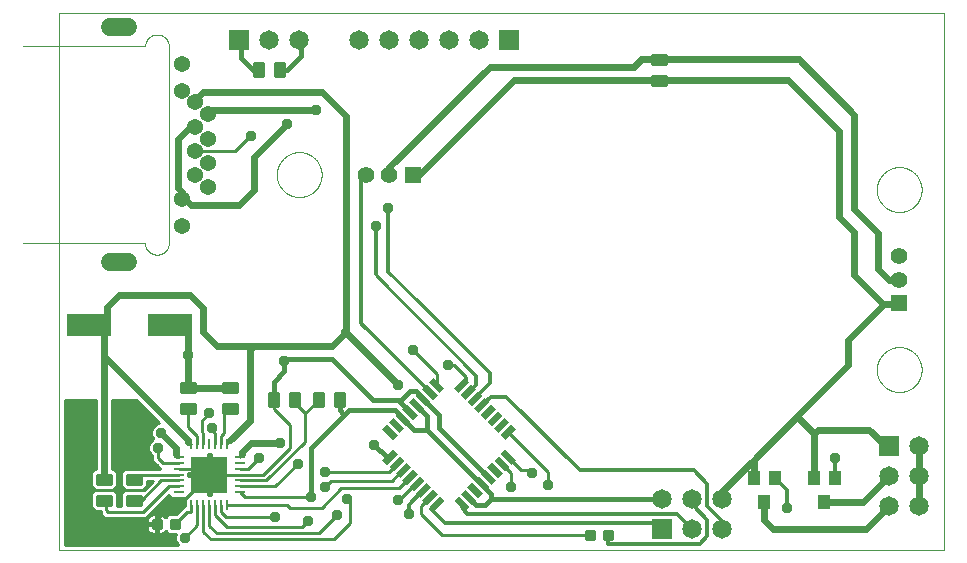
<source format=gtl>
G75*
%MOIN*%
%OFA0B0*%
%FSLAX25Y25*%
%IPPOS*%
%LPD*%
%AMOC8*
5,1,8,0,0,1.08239X$1,22.5*
%
%ADD10C,0.00000*%
%ADD11R,0.05550X0.05550*%
%ADD12C,0.05600*%
%ADD13R,0.05000X0.02200*%
%ADD14R,0.02200X0.05000*%
%ADD15C,0.00875*%
%ADD16C,0.05906*%
%ADD17C,0.05400*%
%ADD18C,0.00100*%
%ADD19C,0.01000*%
%ADD20R,0.06500X0.06500*%
%ADD21C,0.06500*%
%ADD22R,0.04000X0.04500*%
%ADD23R,0.03543X0.01000*%
%ADD24R,0.01000X0.03543*%
%ADD25R,0.12205X0.12205*%
%ADD26R,0.15000X0.07500*%
%ADD27C,0.02400*%
%ADD28C,0.03700*%
%ADD29C,0.01600*%
%ADD30C,0.01200*%
D10*
X0013250Y0007846D02*
X0013250Y0186547D01*
X0308171Y0186547D01*
X0308171Y0007846D01*
X0013250Y0007846D01*
X0085775Y0132846D02*
X0085777Y0133029D01*
X0085784Y0133213D01*
X0085795Y0133396D01*
X0085811Y0133579D01*
X0085831Y0133761D01*
X0085856Y0133943D01*
X0085885Y0134124D01*
X0085919Y0134304D01*
X0085957Y0134484D01*
X0085999Y0134662D01*
X0086046Y0134840D01*
X0086097Y0135016D01*
X0086152Y0135191D01*
X0086212Y0135364D01*
X0086276Y0135536D01*
X0086344Y0135707D01*
X0086416Y0135875D01*
X0086493Y0136042D01*
X0086573Y0136207D01*
X0086658Y0136370D01*
X0086746Y0136530D01*
X0086838Y0136689D01*
X0086935Y0136845D01*
X0087035Y0136999D01*
X0087139Y0137150D01*
X0087246Y0137299D01*
X0087357Y0137445D01*
X0087472Y0137588D01*
X0087590Y0137728D01*
X0087711Y0137866D01*
X0087836Y0138000D01*
X0087964Y0138132D01*
X0088096Y0138260D01*
X0088230Y0138385D01*
X0088368Y0138506D01*
X0088508Y0138624D01*
X0088651Y0138739D01*
X0088797Y0138850D01*
X0088946Y0138957D01*
X0089097Y0139061D01*
X0089251Y0139161D01*
X0089407Y0139258D01*
X0089566Y0139350D01*
X0089726Y0139438D01*
X0089889Y0139523D01*
X0090054Y0139603D01*
X0090221Y0139680D01*
X0090389Y0139752D01*
X0090560Y0139820D01*
X0090732Y0139884D01*
X0090905Y0139944D01*
X0091080Y0139999D01*
X0091256Y0140050D01*
X0091434Y0140097D01*
X0091612Y0140139D01*
X0091792Y0140177D01*
X0091972Y0140211D01*
X0092153Y0140240D01*
X0092335Y0140265D01*
X0092517Y0140285D01*
X0092700Y0140301D01*
X0092883Y0140312D01*
X0093067Y0140319D01*
X0093250Y0140321D01*
X0093433Y0140319D01*
X0093617Y0140312D01*
X0093800Y0140301D01*
X0093983Y0140285D01*
X0094165Y0140265D01*
X0094347Y0140240D01*
X0094528Y0140211D01*
X0094708Y0140177D01*
X0094888Y0140139D01*
X0095066Y0140097D01*
X0095244Y0140050D01*
X0095420Y0139999D01*
X0095595Y0139944D01*
X0095768Y0139884D01*
X0095940Y0139820D01*
X0096111Y0139752D01*
X0096279Y0139680D01*
X0096446Y0139603D01*
X0096611Y0139523D01*
X0096774Y0139438D01*
X0096934Y0139350D01*
X0097093Y0139258D01*
X0097249Y0139161D01*
X0097403Y0139061D01*
X0097554Y0138957D01*
X0097703Y0138850D01*
X0097849Y0138739D01*
X0097992Y0138624D01*
X0098132Y0138506D01*
X0098270Y0138385D01*
X0098404Y0138260D01*
X0098536Y0138132D01*
X0098664Y0138000D01*
X0098789Y0137866D01*
X0098910Y0137728D01*
X0099028Y0137588D01*
X0099143Y0137445D01*
X0099254Y0137299D01*
X0099361Y0137150D01*
X0099465Y0136999D01*
X0099565Y0136845D01*
X0099662Y0136689D01*
X0099754Y0136530D01*
X0099842Y0136370D01*
X0099927Y0136207D01*
X0100007Y0136042D01*
X0100084Y0135875D01*
X0100156Y0135707D01*
X0100224Y0135536D01*
X0100288Y0135364D01*
X0100348Y0135191D01*
X0100403Y0135016D01*
X0100454Y0134840D01*
X0100501Y0134662D01*
X0100543Y0134484D01*
X0100581Y0134304D01*
X0100615Y0134124D01*
X0100644Y0133943D01*
X0100669Y0133761D01*
X0100689Y0133579D01*
X0100705Y0133396D01*
X0100716Y0133213D01*
X0100723Y0133029D01*
X0100725Y0132846D01*
X0100723Y0132663D01*
X0100716Y0132479D01*
X0100705Y0132296D01*
X0100689Y0132113D01*
X0100669Y0131931D01*
X0100644Y0131749D01*
X0100615Y0131568D01*
X0100581Y0131388D01*
X0100543Y0131208D01*
X0100501Y0131030D01*
X0100454Y0130852D01*
X0100403Y0130676D01*
X0100348Y0130501D01*
X0100288Y0130328D01*
X0100224Y0130156D01*
X0100156Y0129985D01*
X0100084Y0129817D01*
X0100007Y0129650D01*
X0099927Y0129485D01*
X0099842Y0129322D01*
X0099754Y0129162D01*
X0099662Y0129003D01*
X0099565Y0128847D01*
X0099465Y0128693D01*
X0099361Y0128542D01*
X0099254Y0128393D01*
X0099143Y0128247D01*
X0099028Y0128104D01*
X0098910Y0127964D01*
X0098789Y0127826D01*
X0098664Y0127692D01*
X0098536Y0127560D01*
X0098404Y0127432D01*
X0098270Y0127307D01*
X0098132Y0127186D01*
X0097992Y0127068D01*
X0097849Y0126953D01*
X0097703Y0126842D01*
X0097554Y0126735D01*
X0097403Y0126631D01*
X0097249Y0126531D01*
X0097093Y0126434D01*
X0096934Y0126342D01*
X0096774Y0126254D01*
X0096611Y0126169D01*
X0096446Y0126089D01*
X0096279Y0126012D01*
X0096111Y0125940D01*
X0095940Y0125872D01*
X0095768Y0125808D01*
X0095595Y0125748D01*
X0095420Y0125693D01*
X0095244Y0125642D01*
X0095066Y0125595D01*
X0094888Y0125553D01*
X0094708Y0125515D01*
X0094528Y0125481D01*
X0094347Y0125452D01*
X0094165Y0125427D01*
X0093983Y0125407D01*
X0093800Y0125391D01*
X0093617Y0125380D01*
X0093433Y0125373D01*
X0093250Y0125371D01*
X0093067Y0125373D01*
X0092883Y0125380D01*
X0092700Y0125391D01*
X0092517Y0125407D01*
X0092335Y0125427D01*
X0092153Y0125452D01*
X0091972Y0125481D01*
X0091792Y0125515D01*
X0091612Y0125553D01*
X0091434Y0125595D01*
X0091256Y0125642D01*
X0091080Y0125693D01*
X0090905Y0125748D01*
X0090732Y0125808D01*
X0090560Y0125872D01*
X0090389Y0125940D01*
X0090221Y0126012D01*
X0090054Y0126089D01*
X0089889Y0126169D01*
X0089726Y0126254D01*
X0089566Y0126342D01*
X0089407Y0126434D01*
X0089251Y0126531D01*
X0089097Y0126631D01*
X0088946Y0126735D01*
X0088797Y0126842D01*
X0088651Y0126953D01*
X0088508Y0127068D01*
X0088368Y0127186D01*
X0088230Y0127307D01*
X0088096Y0127432D01*
X0087964Y0127560D01*
X0087836Y0127692D01*
X0087711Y0127826D01*
X0087590Y0127964D01*
X0087472Y0128104D01*
X0087357Y0128247D01*
X0087246Y0128393D01*
X0087139Y0128542D01*
X0087035Y0128693D01*
X0086935Y0128847D01*
X0086838Y0129003D01*
X0086746Y0129162D01*
X0086658Y0129322D01*
X0086573Y0129485D01*
X0086493Y0129650D01*
X0086416Y0129817D01*
X0086344Y0129985D01*
X0086276Y0130156D01*
X0086212Y0130328D01*
X0086152Y0130501D01*
X0086097Y0130676D01*
X0086046Y0130852D01*
X0085999Y0131030D01*
X0085957Y0131208D01*
X0085919Y0131388D01*
X0085885Y0131568D01*
X0085856Y0131749D01*
X0085831Y0131931D01*
X0085811Y0132113D01*
X0085795Y0132296D01*
X0085784Y0132479D01*
X0085777Y0132663D01*
X0085775Y0132846D01*
X0285775Y0127846D02*
X0285777Y0128029D01*
X0285784Y0128213D01*
X0285795Y0128396D01*
X0285811Y0128579D01*
X0285831Y0128761D01*
X0285856Y0128943D01*
X0285885Y0129124D01*
X0285919Y0129304D01*
X0285957Y0129484D01*
X0285999Y0129662D01*
X0286046Y0129840D01*
X0286097Y0130016D01*
X0286152Y0130191D01*
X0286212Y0130364D01*
X0286276Y0130536D01*
X0286344Y0130707D01*
X0286416Y0130875D01*
X0286493Y0131042D01*
X0286573Y0131207D01*
X0286658Y0131370D01*
X0286746Y0131530D01*
X0286838Y0131689D01*
X0286935Y0131845D01*
X0287035Y0131999D01*
X0287139Y0132150D01*
X0287246Y0132299D01*
X0287357Y0132445D01*
X0287472Y0132588D01*
X0287590Y0132728D01*
X0287711Y0132866D01*
X0287836Y0133000D01*
X0287964Y0133132D01*
X0288096Y0133260D01*
X0288230Y0133385D01*
X0288368Y0133506D01*
X0288508Y0133624D01*
X0288651Y0133739D01*
X0288797Y0133850D01*
X0288946Y0133957D01*
X0289097Y0134061D01*
X0289251Y0134161D01*
X0289407Y0134258D01*
X0289566Y0134350D01*
X0289726Y0134438D01*
X0289889Y0134523D01*
X0290054Y0134603D01*
X0290221Y0134680D01*
X0290389Y0134752D01*
X0290560Y0134820D01*
X0290732Y0134884D01*
X0290905Y0134944D01*
X0291080Y0134999D01*
X0291256Y0135050D01*
X0291434Y0135097D01*
X0291612Y0135139D01*
X0291792Y0135177D01*
X0291972Y0135211D01*
X0292153Y0135240D01*
X0292335Y0135265D01*
X0292517Y0135285D01*
X0292700Y0135301D01*
X0292883Y0135312D01*
X0293067Y0135319D01*
X0293250Y0135321D01*
X0293433Y0135319D01*
X0293617Y0135312D01*
X0293800Y0135301D01*
X0293983Y0135285D01*
X0294165Y0135265D01*
X0294347Y0135240D01*
X0294528Y0135211D01*
X0294708Y0135177D01*
X0294888Y0135139D01*
X0295066Y0135097D01*
X0295244Y0135050D01*
X0295420Y0134999D01*
X0295595Y0134944D01*
X0295768Y0134884D01*
X0295940Y0134820D01*
X0296111Y0134752D01*
X0296279Y0134680D01*
X0296446Y0134603D01*
X0296611Y0134523D01*
X0296774Y0134438D01*
X0296934Y0134350D01*
X0297093Y0134258D01*
X0297249Y0134161D01*
X0297403Y0134061D01*
X0297554Y0133957D01*
X0297703Y0133850D01*
X0297849Y0133739D01*
X0297992Y0133624D01*
X0298132Y0133506D01*
X0298270Y0133385D01*
X0298404Y0133260D01*
X0298536Y0133132D01*
X0298664Y0133000D01*
X0298789Y0132866D01*
X0298910Y0132728D01*
X0299028Y0132588D01*
X0299143Y0132445D01*
X0299254Y0132299D01*
X0299361Y0132150D01*
X0299465Y0131999D01*
X0299565Y0131845D01*
X0299662Y0131689D01*
X0299754Y0131530D01*
X0299842Y0131370D01*
X0299927Y0131207D01*
X0300007Y0131042D01*
X0300084Y0130875D01*
X0300156Y0130707D01*
X0300224Y0130536D01*
X0300288Y0130364D01*
X0300348Y0130191D01*
X0300403Y0130016D01*
X0300454Y0129840D01*
X0300501Y0129662D01*
X0300543Y0129484D01*
X0300581Y0129304D01*
X0300615Y0129124D01*
X0300644Y0128943D01*
X0300669Y0128761D01*
X0300689Y0128579D01*
X0300705Y0128396D01*
X0300716Y0128213D01*
X0300723Y0128029D01*
X0300725Y0127846D01*
X0300723Y0127663D01*
X0300716Y0127479D01*
X0300705Y0127296D01*
X0300689Y0127113D01*
X0300669Y0126931D01*
X0300644Y0126749D01*
X0300615Y0126568D01*
X0300581Y0126388D01*
X0300543Y0126208D01*
X0300501Y0126030D01*
X0300454Y0125852D01*
X0300403Y0125676D01*
X0300348Y0125501D01*
X0300288Y0125328D01*
X0300224Y0125156D01*
X0300156Y0124985D01*
X0300084Y0124817D01*
X0300007Y0124650D01*
X0299927Y0124485D01*
X0299842Y0124322D01*
X0299754Y0124162D01*
X0299662Y0124003D01*
X0299565Y0123847D01*
X0299465Y0123693D01*
X0299361Y0123542D01*
X0299254Y0123393D01*
X0299143Y0123247D01*
X0299028Y0123104D01*
X0298910Y0122964D01*
X0298789Y0122826D01*
X0298664Y0122692D01*
X0298536Y0122560D01*
X0298404Y0122432D01*
X0298270Y0122307D01*
X0298132Y0122186D01*
X0297992Y0122068D01*
X0297849Y0121953D01*
X0297703Y0121842D01*
X0297554Y0121735D01*
X0297403Y0121631D01*
X0297249Y0121531D01*
X0297093Y0121434D01*
X0296934Y0121342D01*
X0296774Y0121254D01*
X0296611Y0121169D01*
X0296446Y0121089D01*
X0296279Y0121012D01*
X0296111Y0120940D01*
X0295940Y0120872D01*
X0295768Y0120808D01*
X0295595Y0120748D01*
X0295420Y0120693D01*
X0295244Y0120642D01*
X0295066Y0120595D01*
X0294888Y0120553D01*
X0294708Y0120515D01*
X0294528Y0120481D01*
X0294347Y0120452D01*
X0294165Y0120427D01*
X0293983Y0120407D01*
X0293800Y0120391D01*
X0293617Y0120380D01*
X0293433Y0120373D01*
X0293250Y0120371D01*
X0293067Y0120373D01*
X0292883Y0120380D01*
X0292700Y0120391D01*
X0292517Y0120407D01*
X0292335Y0120427D01*
X0292153Y0120452D01*
X0291972Y0120481D01*
X0291792Y0120515D01*
X0291612Y0120553D01*
X0291434Y0120595D01*
X0291256Y0120642D01*
X0291080Y0120693D01*
X0290905Y0120748D01*
X0290732Y0120808D01*
X0290560Y0120872D01*
X0290389Y0120940D01*
X0290221Y0121012D01*
X0290054Y0121089D01*
X0289889Y0121169D01*
X0289726Y0121254D01*
X0289566Y0121342D01*
X0289407Y0121434D01*
X0289251Y0121531D01*
X0289097Y0121631D01*
X0288946Y0121735D01*
X0288797Y0121842D01*
X0288651Y0121953D01*
X0288508Y0122068D01*
X0288368Y0122186D01*
X0288230Y0122307D01*
X0288096Y0122432D01*
X0287964Y0122560D01*
X0287836Y0122692D01*
X0287711Y0122826D01*
X0287590Y0122964D01*
X0287472Y0123104D01*
X0287357Y0123247D01*
X0287246Y0123393D01*
X0287139Y0123542D01*
X0287035Y0123693D01*
X0286935Y0123847D01*
X0286838Y0124003D01*
X0286746Y0124162D01*
X0286658Y0124322D01*
X0286573Y0124485D01*
X0286493Y0124650D01*
X0286416Y0124817D01*
X0286344Y0124985D01*
X0286276Y0125156D01*
X0286212Y0125328D01*
X0286152Y0125501D01*
X0286097Y0125676D01*
X0286046Y0125852D01*
X0285999Y0126030D01*
X0285957Y0126208D01*
X0285919Y0126388D01*
X0285885Y0126568D01*
X0285856Y0126749D01*
X0285831Y0126931D01*
X0285811Y0127113D01*
X0285795Y0127296D01*
X0285784Y0127479D01*
X0285777Y0127663D01*
X0285775Y0127846D01*
X0285775Y0067846D02*
X0285777Y0068029D01*
X0285784Y0068213D01*
X0285795Y0068396D01*
X0285811Y0068579D01*
X0285831Y0068761D01*
X0285856Y0068943D01*
X0285885Y0069124D01*
X0285919Y0069304D01*
X0285957Y0069484D01*
X0285999Y0069662D01*
X0286046Y0069840D01*
X0286097Y0070016D01*
X0286152Y0070191D01*
X0286212Y0070364D01*
X0286276Y0070536D01*
X0286344Y0070707D01*
X0286416Y0070875D01*
X0286493Y0071042D01*
X0286573Y0071207D01*
X0286658Y0071370D01*
X0286746Y0071530D01*
X0286838Y0071689D01*
X0286935Y0071845D01*
X0287035Y0071999D01*
X0287139Y0072150D01*
X0287246Y0072299D01*
X0287357Y0072445D01*
X0287472Y0072588D01*
X0287590Y0072728D01*
X0287711Y0072866D01*
X0287836Y0073000D01*
X0287964Y0073132D01*
X0288096Y0073260D01*
X0288230Y0073385D01*
X0288368Y0073506D01*
X0288508Y0073624D01*
X0288651Y0073739D01*
X0288797Y0073850D01*
X0288946Y0073957D01*
X0289097Y0074061D01*
X0289251Y0074161D01*
X0289407Y0074258D01*
X0289566Y0074350D01*
X0289726Y0074438D01*
X0289889Y0074523D01*
X0290054Y0074603D01*
X0290221Y0074680D01*
X0290389Y0074752D01*
X0290560Y0074820D01*
X0290732Y0074884D01*
X0290905Y0074944D01*
X0291080Y0074999D01*
X0291256Y0075050D01*
X0291434Y0075097D01*
X0291612Y0075139D01*
X0291792Y0075177D01*
X0291972Y0075211D01*
X0292153Y0075240D01*
X0292335Y0075265D01*
X0292517Y0075285D01*
X0292700Y0075301D01*
X0292883Y0075312D01*
X0293067Y0075319D01*
X0293250Y0075321D01*
X0293433Y0075319D01*
X0293617Y0075312D01*
X0293800Y0075301D01*
X0293983Y0075285D01*
X0294165Y0075265D01*
X0294347Y0075240D01*
X0294528Y0075211D01*
X0294708Y0075177D01*
X0294888Y0075139D01*
X0295066Y0075097D01*
X0295244Y0075050D01*
X0295420Y0074999D01*
X0295595Y0074944D01*
X0295768Y0074884D01*
X0295940Y0074820D01*
X0296111Y0074752D01*
X0296279Y0074680D01*
X0296446Y0074603D01*
X0296611Y0074523D01*
X0296774Y0074438D01*
X0296934Y0074350D01*
X0297093Y0074258D01*
X0297249Y0074161D01*
X0297403Y0074061D01*
X0297554Y0073957D01*
X0297703Y0073850D01*
X0297849Y0073739D01*
X0297992Y0073624D01*
X0298132Y0073506D01*
X0298270Y0073385D01*
X0298404Y0073260D01*
X0298536Y0073132D01*
X0298664Y0073000D01*
X0298789Y0072866D01*
X0298910Y0072728D01*
X0299028Y0072588D01*
X0299143Y0072445D01*
X0299254Y0072299D01*
X0299361Y0072150D01*
X0299465Y0071999D01*
X0299565Y0071845D01*
X0299662Y0071689D01*
X0299754Y0071530D01*
X0299842Y0071370D01*
X0299927Y0071207D01*
X0300007Y0071042D01*
X0300084Y0070875D01*
X0300156Y0070707D01*
X0300224Y0070536D01*
X0300288Y0070364D01*
X0300348Y0070191D01*
X0300403Y0070016D01*
X0300454Y0069840D01*
X0300501Y0069662D01*
X0300543Y0069484D01*
X0300581Y0069304D01*
X0300615Y0069124D01*
X0300644Y0068943D01*
X0300669Y0068761D01*
X0300689Y0068579D01*
X0300705Y0068396D01*
X0300716Y0068213D01*
X0300723Y0068029D01*
X0300725Y0067846D01*
X0300723Y0067663D01*
X0300716Y0067479D01*
X0300705Y0067296D01*
X0300689Y0067113D01*
X0300669Y0066931D01*
X0300644Y0066749D01*
X0300615Y0066568D01*
X0300581Y0066388D01*
X0300543Y0066208D01*
X0300501Y0066030D01*
X0300454Y0065852D01*
X0300403Y0065676D01*
X0300348Y0065501D01*
X0300288Y0065328D01*
X0300224Y0065156D01*
X0300156Y0064985D01*
X0300084Y0064817D01*
X0300007Y0064650D01*
X0299927Y0064485D01*
X0299842Y0064322D01*
X0299754Y0064162D01*
X0299662Y0064003D01*
X0299565Y0063847D01*
X0299465Y0063693D01*
X0299361Y0063542D01*
X0299254Y0063393D01*
X0299143Y0063247D01*
X0299028Y0063104D01*
X0298910Y0062964D01*
X0298789Y0062826D01*
X0298664Y0062692D01*
X0298536Y0062560D01*
X0298404Y0062432D01*
X0298270Y0062307D01*
X0298132Y0062186D01*
X0297992Y0062068D01*
X0297849Y0061953D01*
X0297703Y0061842D01*
X0297554Y0061735D01*
X0297403Y0061631D01*
X0297249Y0061531D01*
X0297093Y0061434D01*
X0296934Y0061342D01*
X0296774Y0061254D01*
X0296611Y0061169D01*
X0296446Y0061089D01*
X0296279Y0061012D01*
X0296111Y0060940D01*
X0295940Y0060872D01*
X0295768Y0060808D01*
X0295595Y0060748D01*
X0295420Y0060693D01*
X0295244Y0060642D01*
X0295066Y0060595D01*
X0294888Y0060553D01*
X0294708Y0060515D01*
X0294528Y0060481D01*
X0294347Y0060452D01*
X0294165Y0060427D01*
X0293983Y0060407D01*
X0293800Y0060391D01*
X0293617Y0060380D01*
X0293433Y0060373D01*
X0293250Y0060371D01*
X0293067Y0060373D01*
X0292883Y0060380D01*
X0292700Y0060391D01*
X0292517Y0060407D01*
X0292335Y0060427D01*
X0292153Y0060452D01*
X0291972Y0060481D01*
X0291792Y0060515D01*
X0291612Y0060553D01*
X0291434Y0060595D01*
X0291256Y0060642D01*
X0291080Y0060693D01*
X0290905Y0060748D01*
X0290732Y0060808D01*
X0290560Y0060872D01*
X0290389Y0060940D01*
X0290221Y0061012D01*
X0290054Y0061089D01*
X0289889Y0061169D01*
X0289726Y0061254D01*
X0289566Y0061342D01*
X0289407Y0061434D01*
X0289251Y0061531D01*
X0289097Y0061631D01*
X0288946Y0061735D01*
X0288797Y0061842D01*
X0288651Y0061953D01*
X0288508Y0062068D01*
X0288368Y0062186D01*
X0288230Y0062307D01*
X0288096Y0062432D01*
X0287964Y0062560D01*
X0287836Y0062692D01*
X0287711Y0062826D01*
X0287590Y0062964D01*
X0287472Y0063104D01*
X0287357Y0063247D01*
X0287246Y0063393D01*
X0287139Y0063542D01*
X0287035Y0063693D01*
X0286935Y0063847D01*
X0286838Y0064003D01*
X0286746Y0064162D01*
X0286658Y0064322D01*
X0286573Y0064485D01*
X0286493Y0064650D01*
X0286416Y0064817D01*
X0286344Y0064985D01*
X0286276Y0065156D01*
X0286212Y0065328D01*
X0286152Y0065501D01*
X0286097Y0065676D01*
X0286046Y0065852D01*
X0285999Y0066030D01*
X0285957Y0066208D01*
X0285919Y0066388D01*
X0285885Y0066568D01*
X0285856Y0066749D01*
X0285831Y0066931D01*
X0285811Y0067113D01*
X0285795Y0067296D01*
X0285784Y0067479D01*
X0285777Y0067663D01*
X0285775Y0067846D01*
D11*
X0293250Y0089972D03*
X0131124Y0132846D03*
D12*
X0123250Y0132846D03*
X0115376Y0132846D03*
X0293250Y0105720D03*
X0293250Y0097846D03*
D13*
G36*
X0163984Y0036146D02*
X0160450Y0039680D01*
X0162006Y0041236D01*
X0165540Y0037702D01*
X0163984Y0036146D01*
G37*
G36*
X0161757Y0033919D02*
X0158223Y0037453D01*
X0159779Y0039009D01*
X0163313Y0035475D01*
X0161757Y0033919D01*
G37*
G36*
X0159530Y0031692D02*
X0155996Y0035226D01*
X0157552Y0036782D01*
X0161086Y0033248D01*
X0159530Y0031692D01*
G37*
G36*
X0157303Y0029464D02*
X0153769Y0032998D01*
X0155325Y0034554D01*
X0158859Y0031020D01*
X0157303Y0029464D01*
G37*
G36*
X0155076Y0027237D02*
X0151542Y0030771D01*
X0153098Y0032327D01*
X0156632Y0028793D01*
X0155076Y0027237D01*
G37*
G36*
X0152848Y0025010D02*
X0149314Y0028544D01*
X0150870Y0030100D01*
X0154404Y0026566D01*
X0152848Y0025010D01*
G37*
G36*
X0150621Y0022783D02*
X0147087Y0026317D01*
X0148643Y0027873D01*
X0152177Y0024339D01*
X0150621Y0022783D01*
G37*
G36*
X0148394Y0020556D02*
X0144860Y0024090D01*
X0146416Y0025646D01*
X0149950Y0022112D01*
X0148394Y0020556D01*
G37*
G36*
X0124494Y0044456D02*
X0120960Y0047990D01*
X0122516Y0049546D01*
X0126050Y0046012D01*
X0124494Y0044456D01*
G37*
G36*
X0126721Y0046683D02*
X0123187Y0050217D01*
X0124743Y0051773D01*
X0128277Y0048239D01*
X0126721Y0046683D01*
G37*
G36*
X0128948Y0048910D02*
X0125414Y0052444D01*
X0126970Y0054000D01*
X0130504Y0050466D01*
X0128948Y0048910D01*
G37*
G36*
X0131175Y0051138D02*
X0127641Y0054672D01*
X0129197Y0056228D01*
X0132731Y0052694D01*
X0131175Y0051138D01*
G37*
G36*
X0133402Y0053365D02*
X0129868Y0056899D01*
X0131424Y0058455D01*
X0134958Y0054921D01*
X0133402Y0053365D01*
G37*
G36*
X0135630Y0055592D02*
X0132096Y0059126D01*
X0133652Y0060682D01*
X0137186Y0057148D01*
X0135630Y0055592D01*
G37*
G36*
X0137857Y0057819D02*
X0134323Y0061353D01*
X0135879Y0062909D01*
X0139413Y0059375D01*
X0137857Y0057819D01*
G37*
G36*
X0140084Y0060046D02*
X0136550Y0063580D01*
X0138106Y0065136D01*
X0141640Y0061602D01*
X0140084Y0060046D01*
G37*
D14*
G36*
X0146416Y0060046D02*
X0144860Y0061602D01*
X0148394Y0065136D01*
X0149950Y0063580D01*
X0146416Y0060046D01*
G37*
G36*
X0148643Y0057819D02*
X0147087Y0059375D01*
X0150621Y0062909D01*
X0152177Y0061353D01*
X0148643Y0057819D01*
G37*
G36*
X0150870Y0055592D02*
X0149314Y0057148D01*
X0152848Y0060682D01*
X0154404Y0059126D01*
X0150870Y0055592D01*
G37*
G36*
X0153098Y0053365D02*
X0151542Y0054921D01*
X0155076Y0058455D01*
X0156632Y0056899D01*
X0153098Y0053365D01*
G37*
G36*
X0155325Y0051138D02*
X0153769Y0052694D01*
X0157303Y0056228D01*
X0158859Y0054672D01*
X0155325Y0051138D01*
G37*
G36*
X0157552Y0048910D02*
X0155996Y0050466D01*
X0159530Y0054000D01*
X0161086Y0052444D01*
X0157552Y0048910D01*
G37*
G36*
X0159779Y0046683D02*
X0158223Y0048239D01*
X0161757Y0051773D01*
X0163313Y0050217D01*
X0159779Y0046683D01*
G37*
G36*
X0162006Y0044456D02*
X0160450Y0046012D01*
X0163984Y0049546D01*
X0165540Y0047990D01*
X0162006Y0044456D01*
G37*
G36*
X0133652Y0025010D02*
X0132096Y0026566D01*
X0135630Y0030100D01*
X0137186Y0028544D01*
X0133652Y0025010D01*
G37*
G36*
X0135879Y0022783D02*
X0134323Y0024339D01*
X0137857Y0027873D01*
X0139413Y0026317D01*
X0135879Y0022783D01*
G37*
G36*
X0138106Y0020556D02*
X0136550Y0022112D01*
X0140084Y0025646D01*
X0141640Y0024090D01*
X0138106Y0020556D01*
G37*
G36*
X0131424Y0027237D02*
X0129868Y0028793D01*
X0133402Y0032327D01*
X0134958Y0030771D01*
X0131424Y0027237D01*
G37*
G36*
X0129197Y0029464D02*
X0127641Y0031020D01*
X0131175Y0034554D01*
X0132731Y0032998D01*
X0129197Y0029464D01*
G37*
G36*
X0126970Y0031692D02*
X0125414Y0033248D01*
X0128948Y0036782D01*
X0130504Y0035226D01*
X0126970Y0031692D01*
G37*
G36*
X0124743Y0033919D02*
X0123187Y0035475D01*
X0126721Y0039009D01*
X0128277Y0037453D01*
X0124743Y0033919D01*
G37*
G36*
X0122516Y0036146D02*
X0120960Y0037702D01*
X0124494Y0041236D01*
X0126050Y0039680D01*
X0122516Y0036146D01*
G37*
D15*
X0188937Y0014159D02*
X0191563Y0014159D01*
X0191563Y0011533D01*
X0188937Y0011533D01*
X0188937Y0014159D01*
X0188937Y0012407D02*
X0191563Y0012407D01*
X0191563Y0013281D02*
X0188937Y0013281D01*
X0188937Y0014155D02*
X0191563Y0014155D01*
X0194937Y0014159D02*
X0197563Y0014159D01*
X0197563Y0011533D01*
X0194937Y0011533D01*
X0194937Y0014159D01*
X0194937Y0012407D02*
X0197563Y0012407D01*
X0197563Y0013281D02*
X0194937Y0013281D01*
X0194937Y0014155D02*
X0197563Y0014155D01*
X0053063Y0015033D02*
X0050437Y0015033D01*
X0050437Y0017659D01*
X0053063Y0017659D01*
X0053063Y0015033D01*
X0053063Y0015907D02*
X0050437Y0015907D01*
X0050437Y0016781D02*
X0053063Y0016781D01*
X0053063Y0017655D02*
X0050437Y0017655D01*
X0047063Y0015033D02*
X0044437Y0015033D01*
X0044437Y0017659D01*
X0047063Y0017659D01*
X0047063Y0015033D01*
X0047063Y0015907D02*
X0044437Y0015907D01*
X0044437Y0016781D02*
X0047063Y0016781D01*
X0047063Y0017655D02*
X0044437Y0017655D01*
D16*
X0036203Y0103791D02*
X0030297Y0103791D01*
X0030297Y0181901D02*
X0036203Y0181901D01*
D17*
X0054195Y0169854D03*
X0054195Y0160838D03*
X0058447Y0156901D03*
X0062778Y0152885D03*
X0058447Y0148870D03*
X0062778Y0144854D03*
X0058447Y0140838D03*
X0062778Y0136822D03*
X0058447Y0132807D03*
X0062778Y0128791D03*
X0054195Y0124854D03*
X0054195Y0115838D03*
D18*
X0049785Y0110087D02*
X0049785Y0175611D01*
X0049786Y0175611D02*
X0049784Y0175734D01*
X0049778Y0175858D01*
X0049769Y0175981D01*
X0049755Y0176103D01*
X0049738Y0176225D01*
X0049716Y0176347D01*
X0049691Y0176468D01*
X0049663Y0176588D01*
X0049630Y0176707D01*
X0049594Y0176825D01*
X0049554Y0176942D01*
X0049510Y0177057D01*
X0049463Y0177171D01*
X0049412Y0177283D01*
X0049358Y0177394D01*
X0049300Y0177503D01*
X0049239Y0177611D01*
X0049175Y0177716D01*
X0049107Y0177819D01*
X0049036Y0177920D01*
X0048962Y0178018D01*
X0048885Y0178115D01*
X0048804Y0178209D01*
X0048721Y0178300D01*
X0048636Y0178389D01*
X0048547Y0178474D01*
X0048456Y0178557D01*
X0048362Y0178638D01*
X0048265Y0178715D01*
X0048167Y0178789D01*
X0048066Y0178860D01*
X0047963Y0178928D01*
X0047858Y0178992D01*
X0047750Y0179053D01*
X0047641Y0179111D01*
X0047530Y0179165D01*
X0047418Y0179216D01*
X0047304Y0179263D01*
X0047189Y0179307D01*
X0047072Y0179347D01*
X0046954Y0179383D01*
X0046835Y0179416D01*
X0046715Y0179444D01*
X0046594Y0179469D01*
X0046472Y0179491D01*
X0046350Y0179508D01*
X0046228Y0179522D01*
X0046105Y0179531D01*
X0045981Y0179537D01*
X0045858Y0179539D01*
X0045848Y0179539D01*
X0045849Y0179539D02*
X0045726Y0179538D01*
X0045603Y0179532D01*
X0045480Y0179523D01*
X0045358Y0179511D01*
X0045236Y0179494D01*
X0045114Y0179473D01*
X0044994Y0179449D01*
X0044874Y0179421D01*
X0044755Y0179389D01*
X0044637Y0179353D01*
X0044521Y0179314D01*
X0044405Y0179271D01*
X0044291Y0179225D01*
X0044179Y0179175D01*
X0044068Y0179121D01*
X0043959Y0179064D01*
X0043852Y0179004D01*
X0043747Y0178940D01*
X0043644Y0178873D01*
X0043543Y0178802D01*
X0043444Y0178729D01*
X0043347Y0178653D01*
X0043253Y0178573D01*
X0043162Y0178491D01*
X0043073Y0178406D01*
X0042987Y0178318D01*
X0042904Y0178227D01*
X0042823Y0178134D01*
X0042746Y0178038D01*
X0042672Y0177940D01*
X0042600Y0177840D01*
X0042532Y0177737D01*
X0042468Y0177633D01*
X0042406Y0177526D01*
X0042348Y0177418D01*
X0042293Y0177308D01*
X0042242Y0177196D01*
X0042194Y0177082D01*
X0042150Y0176967D01*
X0042110Y0176851D01*
X0042073Y0176734D01*
X0042040Y0176615D01*
X0042011Y0176496D01*
X0041985Y0176375D01*
X0041963Y0176254D01*
X0041945Y0176132D01*
X0041931Y0176010D01*
X0041921Y0175888D01*
X0041915Y0175765D01*
X0041912Y0175642D01*
X0041911Y0175641D02*
X0001242Y0175641D01*
X0001242Y0110051D02*
X0041819Y0110051D01*
X0041823Y0109927D01*
X0041831Y0109802D01*
X0041842Y0109678D01*
X0041858Y0109555D01*
X0041878Y0109432D01*
X0041901Y0109310D01*
X0041928Y0109188D01*
X0041959Y0109067D01*
X0041994Y0108948D01*
X0042033Y0108830D01*
X0042075Y0108712D01*
X0042121Y0108597D01*
X0042171Y0108482D01*
X0042224Y0108370D01*
X0042280Y0108259D01*
X0042341Y0108150D01*
X0042404Y0108043D01*
X0042471Y0107938D01*
X0042541Y0107835D01*
X0042614Y0107734D01*
X0042691Y0107636D01*
X0042770Y0107540D01*
X0042853Y0107446D01*
X0042938Y0107356D01*
X0043026Y0107268D01*
X0043117Y0107183D01*
X0043210Y0107100D01*
X0043306Y0107021D01*
X0043405Y0106945D01*
X0043506Y0106872D01*
X0043609Y0106802D01*
X0043714Y0106735D01*
X0043821Y0106672D01*
X0043930Y0106612D01*
X0044041Y0106556D01*
X0044154Y0106503D01*
X0044268Y0106453D01*
X0044384Y0106408D01*
X0044501Y0106366D01*
X0044620Y0106327D01*
X0044740Y0106293D01*
X0044860Y0106262D01*
X0044982Y0106235D01*
X0045104Y0106211D01*
X0045227Y0106192D01*
X0045351Y0106177D01*
X0045475Y0106165D01*
X0045599Y0106157D01*
X0045723Y0106153D01*
X0045848Y0106154D01*
X0045848Y0106153D02*
X0045851Y0106153D01*
X0045975Y0106155D01*
X0046098Y0106161D01*
X0046221Y0106170D01*
X0046344Y0106184D01*
X0046466Y0106201D01*
X0046588Y0106223D01*
X0046709Y0106248D01*
X0046829Y0106277D01*
X0046949Y0106309D01*
X0047067Y0106346D01*
X0047184Y0106386D01*
X0047299Y0106429D01*
X0047413Y0106477D01*
X0047526Y0106527D01*
X0047637Y0106582D01*
X0047746Y0106640D01*
X0047854Y0106701D01*
X0047959Y0106765D01*
X0048062Y0106833D01*
X0048163Y0106904D01*
X0048262Y0106979D01*
X0048359Y0107056D01*
X0048453Y0107136D01*
X0048544Y0107219D01*
X0048633Y0107305D01*
X0048719Y0107394D01*
X0048802Y0107485D01*
X0048882Y0107579D01*
X0048959Y0107676D01*
X0049034Y0107775D01*
X0049105Y0107876D01*
X0049173Y0107979D01*
X0049237Y0108084D01*
X0049298Y0108192D01*
X0049356Y0108301D01*
X0049411Y0108412D01*
X0049461Y0108525D01*
X0049509Y0108639D01*
X0049552Y0108754D01*
X0049592Y0108871D01*
X0049629Y0108989D01*
X0049661Y0109109D01*
X0049690Y0109229D01*
X0049715Y0109350D01*
X0049737Y0109472D01*
X0049754Y0109594D01*
X0049768Y0109717D01*
X0049777Y0109840D01*
X0049783Y0109963D01*
X0049785Y0110087D01*
D19*
X0058447Y0140838D02*
X0058455Y0140846D01*
X0071750Y0140846D01*
X0076750Y0145846D01*
X0077250Y0145846D01*
X0078250Y0165596D02*
X0081250Y0165596D01*
X0078250Y0165596D02*
X0078250Y0170096D01*
X0081250Y0170096D01*
X0081250Y0165596D01*
X0081250Y0166595D02*
X0078250Y0166595D01*
X0078250Y0167594D02*
X0081250Y0167594D01*
X0081250Y0168593D02*
X0078250Y0168593D01*
X0078250Y0169592D02*
X0081250Y0169592D01*
X0085250Y0165596D02*
X0088250Y0165596D01*
X0085250Y0165596D02*
X0085250Y0170096D01*
X0088250Y0170096D01*
X0088250Y0165596D01*
X0088250Y0166595D02*
X0085250Y0166595D01*
X0085250Y0167594D02*
X0088250Y0167594D01*
X0088250Y0168593D02*
X0085250Y0168593D01*
X0085250Y0169592D02*
X0088250Y0169592D01*
X0122750Y0100346D02*
X0133250Y0090346D01*
X0156750Y0066846D01*
X0152250Y0065846D02*
X0118750Y0099346D01*
X0118750Y0099846D01*
X0131250Y0074346D02*
X0139095Y0066501D01*
X0139095Y0062591D01*
X0142750Y0069346D02*
X0144750Y0069346D01*
X0148750Y0065346D01*
X0148750Y0063936D01*
X0147405Y0062591D01*
X0162995Y0047001D02*
X0171150Y0038846D01*
X0174250Y0035846D01*
X0176250Y0033846D01*
X0176250Y0029346D01*
X0170750Y0033346D02*
X0170250Y0034346D01*
X0167340Y0034346D01*
X0162995Y0038691D01*
X0160768Y0036464D02*
X0160768Y0036328D01*
X0163750Y0033346D01*
X0163750Y0028846D01*
X0136868Y0025328D02*
X0133750Y0022210D01*
X0133750Y0019846D01*
X0140750Y0012846D01*
X0190250Y0012846D01*
X0130186Y0032009D02*
X0126523Y0028346D01*
X0107250Y0028346D01*
X0100750Y0021846D01*
X0090250Y0021846D01*
X0089250Y0022846D01*
X0069352Y0022846D01*
X0069156Y0022649D01*
X0069156Y0022440D01*
X0067187Y0022649D02*
X0067187Y0020409D01*
X0068750Y0018846D01*
X0085250Y0018846D01*
X0094250Y0015346D02*
X0069250Y0015346D01*
X0065219Y0019377D01*
X0065219Y0022649D01*
X0063250Y0022649D02*
X0063250Y0015846D01*
X0065750Y0013346D01*
X0099750Y0013346D01*
X0105750Y0019346D01*
X0110250Y0016846D02*
X0104750Y0011346D01*
X0063750Y0011346D01*
X0061281Y0013815D01*
X0061281Y0022649D01*
X0059313Y0022649D02*
X0059313Y0015909D01*
X0055250Y0011846D01*
X0051900Y0011840D02*
X0015250Y0011840D01*
X0015250Y0010842D02*
X0052040Y0010842D01*
X0051900Y0011180D02*
X0052410Y0009948D01*
X0053012Y0009346D01*
X0015250Y0009346D01*
X0015250Y0057846D01*
X0025550Y0057846D01*
X0025550Y0034846D01*
X0025172Y0034846D01*
X0024000Y0033674D01*
X0024000Y0029018D01*
X0025172Y0027846D01*
X0031328Y0027846D01*
X0032500Y0029018D01*
X0032500Y0033674D01*
X0031328Y0034846D01*
X0030950Y0034846D01*
X0030950Y0057846D01*
X0038932Y0057846D01*
X0046582Y0050195D01*
X0045352Y0049686D01*
X0044410Y0048744D01*
X0043900Y0047512D01*
X0043900Y0046180D01*
X0044410Y0044948D01*
X0044579Y0044780D01*
X0044352Y0044686D01*
X0043410Y0043744D01*
X0042900Y0042512D01*
X0042900Y0041180D01*
X0043410Y0039948D01*
X0044250Y0039108D01*
X0044250Y0037518D01*
X0045813Y0035955D01*
X0046922Y0034846D01*
X0035172Y0034846D01*
X0034000Y0033674D01*
X0034000Y0029018D01*
X0035172Y0027846D01*
X0034000Y0026674D01*
X0034000Y0022346D01*
X0032500Y0022346D01*
X0032500Y0026674D01*
X0031328Y0027846D01*
X0025172Y0027846D01*
X0024000Y0026674D01*
X0024000Y0022018D01*
X0025172Y0020846D01*
X0027063Y0020846D01*
X0027250Y0020100D01*
X0027250Y0019518D01*
X0027444Y0019323D01*
X0027511Y0019057D01*
X0028010Y0018758D01*
X0028422Y0018346D01*
X0028696Y0018346D01*
X0028931Y0018205D01*
X0029496Y0018346D01*
X0042078Y0018346D01*
X0043250Y0019518D01*
X0049781Y0026049D01*
X0049781Y0025819D01*
X0050660Y0024940D01*
X0055344Y0024940D01*
X0055344Y0022440D01*
X0055016Y0022440D01*
X0053844Y0021269D01*
X0052172Y0019596D01*
X0049635Y0019596D01*
X0048713Y0018674D01*
X0048613Y0018848D01*
X0048252Y0019209D01*
X0047810Y0019464D01*
X0047318Y0019596D01*
X0046125Y0019596D01*
X0046125Y0016721D01*
X0045375Y0016721D01*
X0045375Y0019596D01*
X0044182Y0019596D01*
X0043690Y0019464D01*
X0043248Y0019209D01*
X0042887Y0018848D01*
X0042632Y0018406D01*
X0042500Y0017914D01*
X0042500Y0016721D01*
X0045375Y0016721D01*
X0045375Y0015971D01*
X0046125Y0015971D01*
X0046125Y0013096D01*
X0047318Y0013096D01*
X0047810Y0013228D01*
X0048252Y0013483D01*
X0048613Y0013844D01*
X0048713Y0014018D01*
X0049635Y0013096D01*
X0052142Y0013096D01*
X0051900Y0012512D01*
X0051900Y0011180D01*
X0052515Y0009843D02*
X0015250Y0009843D01*
X0015250Y0012839D02*
X0052035Y0012839D01*
X0048894Y0013837D02*
X0048606Y0013837D01*
X0046125Y0013837D02*
X0045375Y0013837D01*
X0045375Y0013096D02*
X0045375Y0015971D01*
X0042500Y0015971D01*
X0042500Y0014778D01*
X0042632Y0014286D01*
X0042887Y0013844D01*
X0043248Y0013483D01*
X0043690Y0013228D01*
X0044182Y0013096D01*
X0045375Y0013096D01*
X0045375Y0014836D02*
X0046125Y0014836D01*
X0045750Y0015346D02*
X0046250Y0015846D01*
X0046250Y0018346D01*
X0050250Y0022346D01*
X0052750Y0022346D01*
X0057750Y0027346D01*
X0057750Y0028846D01*
X0059250Y0030346D01*
X0059250Y0032846D01*
X0059250Y0028846D01*
X0063250Y0028846D01*
X0067250Y0028846D01*
X0063750Y0028815D02*
X0062750Y0028815D01*
X0062750Y0029813D02*
X0063750Y0029813D01*
X0063750Y0030812D02*
X0062750Y0030812D01*
X0062750Y0031810D02*
X0063750Y0031810D01*
X0063750Y0032346D02*
X0063750Y0025921D01*
X0062750Y0025921D01*
X0062750Y0032346D01*
X0063750Y0032346D01*
X0063750Y0033346D01*
X0068250Y0033346D01*
X0068250Y0032346D01*
X0063750Y0032346D01*
X0063750Y0032809D02*
X0068250Y0032809D01*
X0067250Y0032846D02*
X0063250Y0032846D01*
X0063250Y0036846D01*
X0067250Y0036846D01*
X0063750Y0036803D02*
X0062750Y0036803D01*
X0063250Y0036846D02*
X0059250Y0036846D01*
X0058750Y0034846D02*
X0058719Y0034815D01*
X0053053Y0034815D01*
X0063250Y0034815D01*
X0063250Y0032846D01*
X0062750Y0032809D02*
X0056325Y0032809D01*
X0056325Y0032346D02*
X0062750Y0032346D01*
X0062750Y0033346D01*
X0062750Y0039771D01*
X0063750Y0039771D01*
X0063750Y0033346D01*
X0062750Y0033346D01*
X0056325Y0033346D01*
X0056325Y0032346D01*
X0059250Y0032846D02*
X0059250Y0034346D01*
X0058750Y0034846D01*
X0053053Y0036783D02*
X0047813Y0036783D01*
X0046250Y0038346D01*
X0046250Y0041846D01*
X0042900Y0041795D02*
X0030950Y0041795D01*
X0030950Y0040797D02*
X0043059Y0040797D01*
X0043560Y0039798D02*
X0030950Y0039798D01*
X0030950Y0038800D02*
X0044250Y0038800D01*
X0044250Y0037801D02*
X0030950Y0037801D01*
X0030950Y0036803D02*
X0044965Y0036803D01*
X0045963Y0035804D02*
X0030950Y0035804D01*
X0031369Y0034806D02*
X0035131Y0034806D01*
X0034133Y0033807D02*
X0032367Y0033807D01*
X0032500Y0032809D02*
X0034000Y0032809D01*
X0034000Y0031810D02*
X0032500Y0031810D01*
X0032500Y0030812D02*
X0034000Y0030812D01*
X0034000Y0029813D02*
X0032500Y0029813D01*
X0032297Y0028815D02*
X0034203Y0028815D01*
X0035172Y0027846D02*
X0041328Y0027846D01*
X0035172Y0027846D01*
X0035142Y0027816D02*
X0031358Y0027816D01*
X0032357Y0026818D02*
X0034143Y0026818D01*
X0034000Y0025819D02*
X0032500Y0025819D01*
X0032500Y0024821D02*
X0034000Y0024821D01*
X0034000Y0023822D02*
X0032500Y0023822D01*
X0032500Y0022824D02*
X0034000Y0022824D01*
X0029250Y0020346D02*
X0028250Y0024346D01*
X0030500Y0025846D02*
X0030500Y0022846D01*
X0026000Y0022846D01*
X0026000Y0025846D01*
X0030500Y0025846D01*
X0030500Y0023845D02*
X0026000Y0023845D01*
X0026000Y0024844D02*
X0030500Y0024844D01*
X0030500Y0025843D02*
X0026000Y0025843D01*
X0024000Y0025819D02*
X0015250Y0025819D01*
X0015250Y0024821D02*
X0024000Y0024821D01*
X0024000Y0023822D02*
X0015250Y0023822D01*
X0015250Y0022824D02*
X0024000Y0022824D01*
X0024192Y0021825D02*
X0015250Y0021825D01*
X0015250Y0020827D02*
X0027068Y0020827D01*
X0027250Y0019828D02*
X0015250Y0019828D01*
X0015250Y0018830D02*
X0027890Y0018830D01*
X0029250Y0020346D02*
X0041250Y0020346D01*
X0049813Y0028909D01*
X0053053Y0028909D01*
X0053053Y0030877D02*
X0047281Y0030877D01*
X0040750Y0024346D01*
X0038250Y0024346D01*
X0040500Y0025846D02*
X0040500Y0022846D01*
X0036000Y0022846D01*
X0036000Y0025846D01*
X0040500Y0025846D01*
X0040500Y0023845D02*
X0036000Y0023845D01*
X0036000Y0024844D02*
X0040500Y0024844D01*
X0040500Y0025843D02*
X0036000Y0025843D01*
X0041328Y0027846D02*
X0042500Y0029018D01*
X0042500Y0030846D01*
X0044422Y0030846D01*
X0041375Y0027799D01*
X0041328Y0027846D01*
X0041358Y0027816D02*
X0041392Y0027816D01*
X0042297Y0028815D02*
X0042390Y0028815D01*
X0042500Y0029813D02*
X0043389Y0029813D01*
X0042500Y0030812D02*
X0044387Y0030812D01*
X0040500Y0029846D02*
X0040500Y0032846D01*
X0040500Y0029846D02*
X0036000Y0029846D01*
X0036000Y0032846D01*
X0040500Y0032846D01*
X0040500Y0030845D02*
X0036000Y0030845D01*
X0036000Y0031844D02*
X0040500Y0031844D01*
X0040500Y0032843D02*
X0036000Y0032843D01*
X0038250Y0032846D02*
X0038250Y0031346D01*
X0038250Y0032846D02*
X0053053Y0032846D01*
X0053053Y0038752D02*
X0052344Y0038752D01*
X0052250Y0039846D01*
X0056250Y0043846D02*
X0057053Y0043043D01*
X0057344Y0043043D01*
X0059313Y0043043D02*
X0059313Y0045783D01*
X0056250Y0048846D01*
X0056250Y0054846D01*
X0058500Y0056346D02*
X0058500Y0053346D01*
X0054000Y0053346D01*
X0054000Y0056346D01*
X0058500Y0056346D01*
X0058500Y0054345D02*
X0054000Y0054345D01*
X0054000Y0055344D02*
X0058500Y0055344D01*
X0058500Y0056343D02*
X0054000Y0056343D01*
X0058500Y0060346D02*
X0058500Y0063346D01*
X0058500Y0060346D02*
X0054000Y0060346D01*
X0054000Y0063346D01*
X0058500Y0063346D01*
X0058500Y0061345D02*
X0054000Y0061345D01*
X0054000Y0062344D02*
X0058500Y0062344D01*
X0058500Y0063343D02*
X0054000Y0063343D01*
X0042002Y0054776D02*
X0030950Y0054776D01*
X0030950Y0053778D02*
X0043000Y0053778D01*
X0043999Y0052779D02*
X0030950Y0052779D01*
X0030950Y0051780D02*
X0044997Y0051780D01*
X0045996Y0050782D02*
X0030950Y0050782D01*
X0030950Y0049783D02*
X0045588Y0049783D01*
X0044451Y0048785D02*
X0030950Y0048785D01*
X0030950Y0047786D02*
X0044014Y0047786D01*
X0043900Y0046788D02*
X0030950Y0046788D01*
X0030950Y0045789D02*
X0044062Y0045789D01*
X0044567Y0044791D02*
X0030950Y0044791D01*
X0030950Y0043792D02*
X0043459Y0043792D01*
X0043017Y0042794D02*
X0030950Y0042794D01*
X0025550Y0042794D02*
X0015250Y0042794D01*
X0015250Y0043792D02*
X0025550Y0043792D01*
X0025550Y0044791D02*
X0015250Y0044791D01*
X0015250Y0045789D02*
X0025550Y0045789D01*
X0025550Y0046788D02*
X0015250Y0046788D01*
X0015250Y0047786D02*
X0025550Y0047786D01*
X0025550Y0048785D02*
X0015250Y0048785D01*
X0015250Y0049783D02*
X0025550Y0049783D01*
X0025550Y0050782D02*
X0015250Y0050782D01*
X0015250Y0051780D02*
X0025550Y0051780D01*
X0025550Y0052779D02*
X0015250Y0052779D01*
X0015250Y0053778D02*
X0025550Y0053778D01*
X0025550Y0054776D02*
X0015250Y0054776D01*
X0015250Y0055775D02*
X0025550Y0055775D01*
X0025550Y0056773D02*
X0015250Y0056773D01*
X0015250Y0057772D02*
X0025550Y0057772D01*
X0030950Y0057772D02*
X0039006Y0057772D01*
X0040005Y0056773D02*
X0030950Y0056773D01*
X0030950Y0055775D02*
X0041003Y0055775D01*
X0060750Y0050846D02*
X0060750Y0047346D01*
X0061281Y0046315D01*
X0061281Y0043043D01*
X0065219Y0043043D02*
X0065219Y0046377D01*
X0064250Y0048346D01*
X0067187Y0045783D02*
X0068250Y0046846D01*
X0068250Y0054846D01*
X0070250Y0054846D01*
X0072500Y0056346D02*
X0072500Y0053346D01*
X0068000Y0053346D01*
X0068000Y0056346D01*
X0072500Y0056346D01*
X0072500Y0054345D02*
X0068000Y0054345D01*
X0068000Y0055344D02*
X0072500Y0055344D01*
X0072500Y0056343D02*
X0068000Y0056343D01*
X0063250Y0053346D02*
X0060750Y0050846D01*
X0067187Y0045783D02*
X0067187Y0043043D01*
X0069156Y0043043D02*
X0069156Y0043252D01*
X0070250Y0044346D01*
X0074250Y0039846D02*
X0073447Y0039043D01*
X0073447Y0038752D01*
X0073447Y0034815D02*
X0076219Y0034815D01*
X0079750Y0038346D01*
X0081250Y0032846D02*
X0073447Y0032846D01*
X0067250Y0032846D01*
X0063750Y0033807D02*
X0062750Y0033807D01*
X0062750Y0034806D02*
X0063750Y0034806D01*
X0063750Y0035804D02*
X0062750Y0035804D01*
X0062750Y0037801D02*
X0063750Y0037801D01*
X0063750Y0038800D02*
X0062750Y0038800D01*
X0073447Y0030877D02*
X0082281Y0030877D01*
X0095250Y0043846D01*
X0095250Y0053346D01*
X0091750Y0056846D01*
X0091750Y0057846D01*
X0093250Y0055596D02*
X0090250Y0055596D01*
X0090250Y0060096D01*
X0093250Y0060096D01*
X0093250Y0055596D01*
X0093250Y0056595D02*
X0090250Y0056595D01*
X0090250Y0057594D02*
X0093250Y0057594D01*
X0093250Y0058593D02*
X0090250Y0058593D01*
X0090250Y0059592D02*
X0093250Y0059592D01*
X0095250Y0053346D02*
X0099750Y0057846D01*
X0101250Y0055596D02*
X0098250Y0055596D01*
X0098250Y0060096D01*
X0101250Y0060096D01*
X0101250Y0055596D01*
X0101250Y0056595D02*
X0098250Y0056595D01*
X0098250Y0057594D02*
X0101250Y0057594D01*
X0101250Y0058593D02*
X0098250Y0058593D01*
X0098250Y0059592D02*
X0101250Y0059592D01*
X0105250Y0055596D02*
X0108250Y0055596D01*
X0105250Y0055596D02*
X0105250Y0060096D01*
X0108250Y0060096D01*
X0108250Y0055596D01*
X0108250Y0056595D02*
X0105250Y0056595D01*
X0105250Y0057594D02*
X0108250Y0057594D01*
X0108250Y0058593D02*
X0105250Y0058593D01*
X0105250Y0059592D02*
X0108250Y0059592D01*
X0090250Y0049346D02*
X0084750Y0054846D01*
X0084750Y0057846D01*
X0086250Y0055596D02*
X0083250Y0055596D01*
X0083250Y0060096D01*
X0086250Y0060096D01*
X0086250Y0055596D01*
X0086250Y0056595D02*
X0083250Y0056595D01*
X0083250Y0057594D02*
X0086250Y0057594D01*
X0086250Y0058593D02*
X0083250Y0058593D01*
X0083250Y0059592D02*
X0086250Y0059592D01*
X0090250Y0049346D02*
X0090250Y0041846D01*
X0081250Y0032846D01*
X0085313Y0028909D02*
X0073447Y0028909D01*
X0073447Y0026940D02*
X0075041Y0025346D01*
X0097250Y0025346D01*
X0101750Y0028846D02*
X0103750Y0030846D01*
X0124250Y0030846D01*
X0127641Y0034237D01*
X0127959Y0034237D01*
X0125732Y0036464D02*
X0123114Y0033846D01*
X0101750Y0033846D01*
X0092750Y0036346D02*
X0085313Y0028909D01*
X0096250Y0017346D02*
X0094250Y0015346D01*
X0110250Y0016846D02*
X0110250Y0023846D01*
X0109250Y0024846D01*
X0063750Y0026818D02*
X0062750Y0026818D01*
X0062750Y0027816D02*
X0063750Y0027816D01*
X0057344Y0022649D02*
X0057344Y0020440D01*
X0055844Y0020440D01*
X0051750Y0016346D01*
X0048869Y0018830D02*
X0048624Y0018830D01*
X0046125Y0018830D02*
X0045375Y0018830D01*
X0045375Y0017831D02*
X0046125Y0017831D01*
X0046125Y0016833D02*
X0045375Y0016833D01*
X0045750Y0016346D02*
X0045750Y0015346D01*
X0045375Y0015834D02*
X0046125Y0015834D01*
X0042500Y0015834D02*
X0015250Y0015834D01*
X0015250Y0014836D02*
X0042500Y0014836D01*
X0042894Y0013837D02*
X0015250Y0013837D01*
X0015250Y0016833D02*
X0042500Y0016833D01*
X0042500Y0017831D02*
X0015250Y0017831D01*
X0015250Y0026818D02*
X0024143Y0026818D01*
X0025142Y0027816D02*
X0015250Y0027816D01*
X0015250Y0028815D02*
X0024203Y0028815D01*
X0024000Y0029813D02*
X0015250Y0029813D01*
X0015250Y0030812D02*
X0024000Y0030812D01*
X0024000Y0031810D02*
X0015250Y0031810D01*
X0015250Y0032809D02*
X0024000Y0032809D01*
X0024133Y0033807D02*
X0015250Y0033807D01*
X0015250Y0034806D02*
X0025131Y0034806D01*
X0025550Y0035804D02*
X0015250Y0035804D01*
X0015250Y0036803D02*
X0025550Y0036803D01*
X0025550Y0037801D02*
X0015250Y0037801D01*
X0015250Y0038800D02*
X0025550Y0038800D01*
X0025550Y0039798D02*
X0015250Y0039798D01*
X0015250Y0040797D02*
X0025550Y0040797D01*
X0025550Y0041795D02*
X0015250Y0041795D01*
X0030500Y0032846D02*
X0030500Y0029846D01*
X0026000Y0029846D01*
X0026000Y0032846D01*
X0030500Y0032846D01*
X0030500Y0030845D02*
X0026000Y0030845D01*
X0026000Y0031844D02*
X0030500Y0031844D01*
X0030500Y0032843D02*
X0026000Y0032843D01*
X0044559Y0020827D02*
X0053402Y0020827D01*
X0054401Y0021825D02*
X0045558Y0021825D01*
X0046556Y0022824D02*
X0055344Y0022824D01*
X0055344Y0023822D02*
X0047555Y0023822D01*
X0048553Y0024821D02*
X0055344Y0024821D01*
X0049781Y0025819D02*
X0049552Y0025819D01*
X0052404Y0019828D02*
X0043561Y0019828D01*
X0043250Y0019518D02*
X0043250Y0019518D01*
X0042876Y0018830D02*
X0042562Y0018830D01*
X0072500Y0060346D02*
X0072500Y0063346D01*
X0072500Y0060346D02*
X0068000Y0060346D01*
X0068000Y0063346D01*
X0072500Y0063346D01*
X0072500Y0061345D02*
X0068000Y0061345D01*
X0068000Y0062344D02*
X0072500Y0062344D01*
X0072500Y0063343D02*
X0068000Y0063343D01*
X0215500Y0162846D02*
X0215500Y0165846D01*
X0215500Y0162846D02*
X0211000Y0162846D01*
X0211000Y0165846D01*
X0215500Y0165846D01*
X0215500Y0163845D02*
X0211000Y0163845D01*
X0211000Y0164844D02*
X0215500Y0164844D01*
X0215500Y0165843D02*
X0211000Y0165843D01*
X0215500Y0169846D02*
X0215500Y0172846D01*
X0215500Y0169846D02*
X0211000Y0169846D01*
X0211000Y0172846D01*
X0215500Y0172846D01*
X0215500Y0170845D02*
X0211000Y0170845D01*
X0211000Y0171844D02*
X0215500Y0171844D01*
X0215500Y0172843D02*
X0211000Y0172843D01*
D20*
X0163250Y0177846D03*
X0073250Y0177846D03*
X0289750Y0042346D03*
X0214250Y0014846D03*
D21*
X0224250Y0014846D03*
X0234250Y0014846D03*
X0234250Y0024846D03*
X0224250Y0024846D03*
X0214250Y0024846D03*
X0289750Y0022346D03*
X0299750Y0022346D03*
X0299750Y0032346D03*
X0289750Y0032346D03*
X0299750Y0042346D03*
X0153250Y0177846D03*
X0143250Y0177846D03*
X0133250Y0177846D03*
X0123250Y0177846D03*
X0113250Y0177846D03*
X0093250Y0177846D03*
X0083250Y0177846D03*
D22*
X0244750Y0031846D03*
X0251750Y0031846D03*
X0248250Y0023846D03*
X0264750Y0031846D03*
X0271750Y0031846D03*
X0268250Y0023846D03*
D23*
X0073447Y0026940D03*
X0073447Y0028909D03*
X0073447Y0030877D03*
X0073447Y0032846D03*
X0073447Y0034815D03*
X0073447Y0036783D03*
X0073447Y0038752D03*
X0053053Y0038752D03*
X0053053Y0036783D03*
X0053053Y0034815D03*
X0053053Y0032846D03*
X0053053Y0030877D03*
X0053053Y0028909D03*
X0053053Y0026940D03*
D24*
X0057344Y0022649D03*
X0059313Y0022649D03*
X0061281Y0022649D03*
X0063250Y0022649D03*
X0065219Y0022649D03*
X0067187Y0022649D03*
X0069156Y0022649D03*
X0069156Y0043043D03*
X0067187Y0043043D03*
X0065219Y0043043D03*
X0063250Y0043043D03*
X0061281Y0043043D03*
X0059313Y0043043D03*
X0057344Y0043043D03*
D25*
X0063250Y0032846D03*
D26*
X0050250Y0082846D03*
X0023250Y0082846D03*
D27*
X0028250Y0080846D01*
X0028250Y0072346D01*
X0028250Y0031346D01*
X0047250Y0046846D02*
X0052250Y0041846D01*
X0052250Y0039846D01*
X0056250Y0043846D02*
X0056250Y0044346D01*
X0028250Y0072346D01*
X0029250Y0080846D02*
X0029250Y0088846D01*
X0033250Y0092846D01*
X0056750Y0092846D01*
X0061250Y0088346D01*
X0061250Y0080346D01*
X0065750Y0075846D01*
X0078250Y0075846D01*
X0076750Y0074346D01*
X0076750Y0050846D01*
X0070250Y0044346D01*
X0074250Y0040346D02*
X0077250Y0043346D01*
X0086750Y0043346D01*
X0074250Y0040346D02*
X0074250Y0039846D01*
X0070250Y0061846D02*
X0056250Y0061846D01*
X0056250Y0072846D01*
X0056250Y0079846D01*
X0054750Y0081346D01*
X0052985Y0081787D01*
X0050250Y0082846D01*
X0029250Y0080846D02*
X0023250Y0082846D01*
X0078250Y0075846D02*
X0104250Y0075846D01*
X0108750Y0080346D01*
X0126250Y0062846D01*
X0108750Y0080346D02*
X0108250Y0080846D01*
X0108750Y0081346D01*
X0108750Y0152346D01*
X0100750Y0160346D01*
X0061250Y0160346D01*
X0058805Y0157901D01*
X0058805Y0156901D01*
X0058447Y0156901D01*
X0062778Y0152885D02*
X0064238Y0154346D01*
X0098750Y0154346D01*
X0089250Y0149846D02*
X0078250Y0138846D01*
X0078250Y0127846D01*
X0073250Y0122846D01*
X0057250Y0122846D01*
X0055242Y0124854D01*
X0054195Y0124854D02*
X0054195Y0126901D01*
X0052750Y0128346D01*
X0052750Y0144846D01*
X0056750Y0148846D01*
X0058423Y0148846D01*
X0058447Y0148870D01*
X0123250Y0135346D02*
X0123250Y0132846D01*
X0123250Y0135346D02*
X0156750Y0168846D01*
X0204750Y0168846D01*
X0207250Y0171346D01*
X0213250Y0171346D01*
X0259750Y0171346D01*
X0278250Y0152846D01*
X0278250Y0121346D01*
X0286250Y0113346D01*
X0286250Y0101346D01*
X0289750Y0097846D01*
X0293250Y0097846D01*
X0293250Y0089972D02*
X0293124Y0089846D01*
X0288250Y0089846D01*
X0276250Y0077846D01*
X0276250Y0069346D01*
X0259250Y0052346D01*
X0264750Y0046346D01*
X0266250Y0047846D01*
X0283250Y0047846D01*
X0288750Y0042346D01*
X0289750Y0042346D01*
X0299750Y0042346D02*
X0299750Y0032346D01*
X0299750Y0022346D01*
X0289750Y0022346D02*
X0282250Y0014846D01*
X0251250Y0014846D01*
X0248250Y0017846D01*
X0248250Y0023846D01*
X0244750Y0031846D02*
X0244750Y0037846D01*
X0259250Y0052346D01*
X0264750Y0046346D02*
X0264750Y0031846D01*
X0268250Y0023846D02*
X0281250Y0023846D01*
X0289750Y0032346D01*
X0244750Y0037846D02*
X0234250Y0027346D01*
X0234250Y0024846D01*
X0287750Y0089846D02*
X0278250Y0099346D01*
X0278250Y0113846D01*
X0273250Y0118846D01*
X0273250Y0147346D01*
X0256250Y0164346D01*
X0213250Y0164346D01*
X0164750Y0164346D01*
X0133250Y0132846D01*
X0131124Y0132846D01*
X0287750Y0089846D02*
X0288250Y0089846D01*
D28*
X0271750Y0038346D03*
X0255750Y0021846D03*
X0176250Y0029346D03*
X0170750Y0033346D03*
X0163750Y0028846D03*
X0129750Y0019846D03*
X0126250Y0024346D03*
X0109250Y0024846D03*
X0105750Y0019346D03*
X0096250Y0017346D03*
X0097250Y0025346D03*
X0101750Y0028846D03*
X0101750Y0033846D03*
X0092750Y0036346D03*
X0086750Y0043346D03*
X0079750Y0038346D03*
X0067250Y0036846D03*
X0063250Y0036846D03*
X0059250Y0036846D03*
X0059250Y0032846D03*
X0063250Y0032846D03*
X0067250Y0032846D03*
X0067250Y0028846D03*
X0063250Y0028846D03*
X0059250Y0028846D03*
X0049750Y0022346D03*
X0055250Y0011846D03*
X0038250Y0012846D03*
X0023250Y0012846D03*
X0018250Y0022846D03*
X0018250Y0032846D03*
X0018250Y0042846D03*
X0033250Y0042846D03*
X0046250Y0041846D03*
X0047250Y0046846D03*
X0033250Y0052846D03*
X0018250Y0052846D03*
X0056250Y0072846D03*
X0063250Y0053346D03*
X0064250Y0048346D03*
X0088250Y0070846D03*
X0126250Y0062846D03*
X0131250Y0074346D03*
X0142750Y0069346D03*
X0118250Y0042846D03*
X0085250Y0018846D03*
X0118750Y0115846D03*
X0122750Y0121846D03*
X0089250Y0149846D03*
X0098750Y0154346D03*
X0077250Y0145846D03*
D29*
X0077750Y0167846D02*
X0073750Y0171846D01*
X0073750Y0177346D01*
X0073250Y0177846D01*
X0077750Y0167846D02*
X0079750Y0167846D01*
X0086750Y0167846D02*
X0089250Y0167846D01*
X0093750Y0172346D01*
X0093750Y0177346D01*
X0093250Y0177846D01*
X0088750Y0071346D02*
X0088250Y0070846D01*
X0088250Y0067346D01*
X0084750Y0063846D01*
X0084750Y0057846D01*
X0088750Y0071346D02*
X0104250Y0071346D01*
X0117750Y0057846D01*
X0126023Y0057846D01*
X0127250Y0057846D01*
X0130250Y0060846D01*
X0132250Y0060846D01*
X0134641Y0058455D01*
X0134641Y0058137D01*
X0134641Y0057955D01*
X0139750Y0052846D01*
X0139750Y0048346D01*
X0143023Y0045073D01*
X0143250Y0045073D01*
X0156314Y0032009D01*
X0154087Y0029782D02*
X0154087Y0029509D01*
X0157250Y0026346D01*
X0157250Y0024846D01*
X0155250Y0022846D01*
X0152114Y0022846D01*
X0149632Y0025328D01*
X0153814Y0029782D02*
X0135750Y0047846D01*
X0135750Y0052346D01*
X0132186Y0055910D01*
X0132413Y0055910D01*
X0130186Y0053683D02*
X0126023Y0057846D01*
X0125250Y0054346D02*
X0109750Y0054346D01*
X0108250Y0052846D01*
X0106750Y0054346D01*
X0106750Y0057846D01*
X0108250Y0052846D02*
X0097250Y0041846D01*
X0097250Y0025346D01*
X0118250Y0042846D02*
X0122405Y0038691D01*
X0123505Y0038691D01*
X0131569Y0047846D02*
X0135750Y0047846D01*
X0131569Y0047846D02*
X0127959Y0051455D01*
X0127959Y0051637D01*
X0125250Y0054346D01*
X0129913Y0053683D02*
X0130186Y0053683D01*
X0134641Y0058137D02*
X0134959Y0058137D01*
X0153814Y0029782D02*
X0154087Y0029782D01*
X0157250Y0024846D02*
X0214250Y0024846D01*
X0212750Y0016846D02*
X0214250Y0014846D01*
D30*
X0212750Y0016846D02*
X0141750Y0016846D01*
X0137250Y0021346D01*
X0139005Y0023101D01*
X0139095Y0023101D01*
X0134641Y0027555D02*
X0134459Y0027555D01*
X0129750Y0022846D01*
X0129750Y0019846D01*
X0126750Y0024346D02*
X0126250Y0024346D01*
X0126750Y0024346D02*
X0131913Y0029509D01*
X0132413Y0029782D01*
X0125732Y0036328D02*
X0125732Y0036464D01*
X0147405Y0023101D02*
X0147405Y0022191D01*
X0149250Y0019846D01*
X0219250Y0019846D01*
X0224250Y0014846D01*
X0229250Y0012346D02*
X0229250Y0017846D01*
X0224750Y0022346D01*
X0224750Y0024846D01*
X0224250Y0024846D01*
X0229250Y0022346D02*
X0229250Y0029846D01*
X0224750Y0034346D01*
X0186750Y0034346D01*
X0162250Y0058846D01*
X0157250Y0058846D01*
X0154314Y0055910D01*
X0154087Y0055910D01*
X0151859Y0058137D02*
X0151859Y0058455D01*
X0156750Y0063346D01*
X0156750Y0066846D01*
X0152250Y0065846D02*
X0152250Y0062846D01*
X0149768Y0060364D01*
X0149632Y0060364D01*
X0136868Y0060364D02*
X0115376Y0081856D01*
X0115240Y0081856D01*
X0113750Y0083346D01*
X0113750Y0131220D01*
X0115376Y0132846D01*
X0122750Y0121846D02*
X0122750Y0100346D01*
X0118750Y0099846D02*
X0118750Y0115846D01*
X0058470Y0148846D02*
X0058447Y0148870D01*
X0055242Y0124854D02*
X0054195Y0124854D01*
X0156314Y0032009D02*
X0156587Y0032009D01*
X0196250Y0012846D02*
X0196250Y0009846D01*
X0226750Y0009846D01*
X0229250Y0012346D01*
X0234250Y0014846D02*
X0234250Y0017346D01*
X0229250Y0022346D01*
X0251750Y0031846D02*
X0255750Y0027846D01*
X0255750Y0021846D01*
X0271750Y0031846D02*
X0271750Y0038346D01*
M02*

</source>
